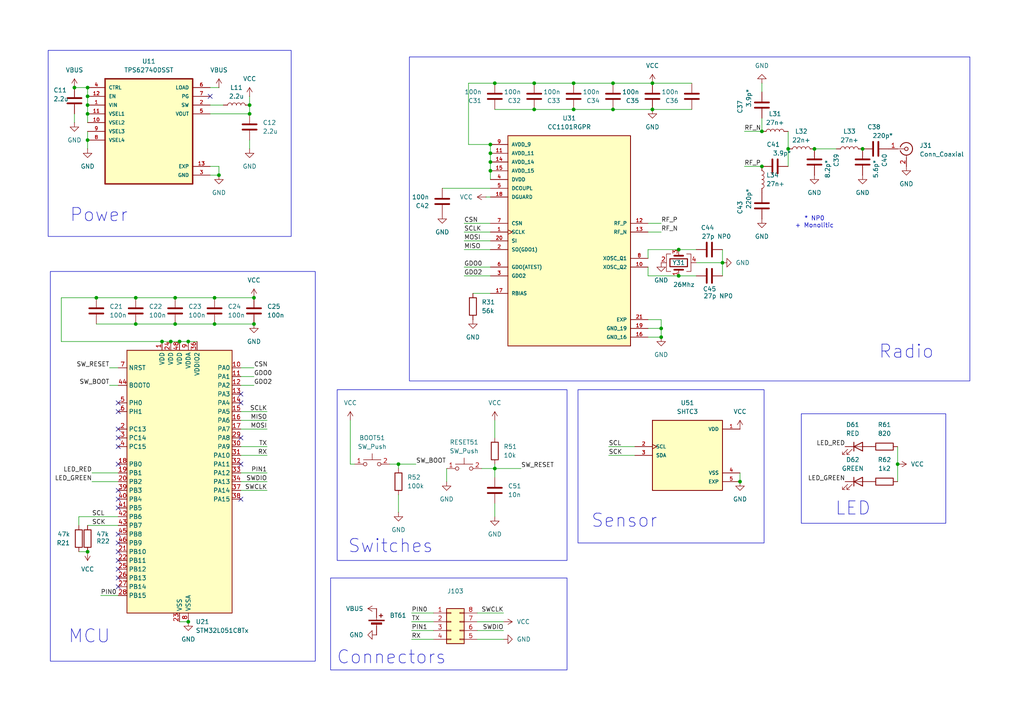
<source format=kicad_sch>
(kicad_sch (version 20250114) (generator "eeschema") (generator_version "9.0")
  (paper "A4")
  (lib_symbols
    (symbol "Connector:Conn_Coaxial" (pin_names (offset 1.016) (hide yes))
      (property "Reference" "J" (at 0.254 3.048 0))
      (property "Value" "Conn_Coaxial" (at 2.921 0 90))
      (symbol "Conn_Coaxial_0_1"
        (polyline (pts (xy -2.54 0) (xy -0.508 0)))
        (arc (start 1.778 0) (mid 0.222 -1.8079) (end -1.778 -0.508) (stroke (width 0.254)))
        (arc (start -1.778 0.508) (mid 0.2221 1.8084) (end 1.778 0) (stroke (width 0.254)))
        (circle (center 0 0) (radius 0.508) (stroke (width 0.2032)))
        (polyline (pts (xy 0 -2.54) (xy 0 -1.778)))
      )
      (symbol "Conn_Coaxial_1_1"
        (pin passive line (at -5.08 0 0) (length 2.54) (name "In") (number "1"))
        (pin passive line (at 0 -5.08 90) (length 2.54) (name "Ext") (number "2"))
      )
    )
    (symbol "Connector_Generic:Conn_02x04_Counter_Clockwise" (pin_names (offset 1.016) (hide yes))
      (property "Reference" "J" (at 1.27 5.08 0))
      (property "Value" "Conn_02x04_Counter_Clockwise" (at 1.27 -7.62 0))
      (symbol "Conn_02x04_Counter_Clockwise_1_1"
        (rectangle (start -1.27 3.81) (end 3.81 -6.35) (stroke (width 0.254)) (fill (type background)))
        (rectangle (start -1.27 2.667) (end 0 2.413) (stroke (width 0.1524)))
        (rectangle (start -1.27 0.127) (end 0 -0.127) (stroke (width 0.1524)))
        (rectangle (start -1.27 -2.413) (end 0 -2.667) (stroke (width 0.1524)))
        (rectangle (start -1.27 -4.953) (end 0 -5.207) (stroke (width 0.1524)))
        (rectangle (start 3.81 2.667) (end 2.54 2.413) (stroke (width 0.1524)))
        (rectangle (start 3.81 0.127) (end 2.54 -0.127) (stroke (width 0.1524)))
        (rectangle (start 3.81 -2.413) (end 2.54 -2.667) (stroke (width 0.1524)))
        (rectangle (start 3.81 -4.953) (end 2.54 -5.207) (stroke (width 0.1524)))
        (pin passive line (at -5.08 2.54 0) (length 3.81) (name "Pin_1") (number "1"))
        (pin passive line (at -5.08 0 0) (length 3.81) (name "Pin_2") (number "2"))
        (pin passive line (at -5.08 -2.54 0) (length 3.81) (name "Pin_3") (number "3"))
        (pin passive line (at -5.08 -5.08 0) (length 3.81) (name "Pin_4") (number "4"))
        (pin passive line (at 7.62 2.54 180) (length 3.81) (name "Pin_8") (number "8"))
        (pin passive line (at 7.62 0 180) (length 3.81) (name "Pin_7") (number "7"))
        (pin passive line (at 7.62 -2.54 180) (length 3.81) (name "Pin_6") (number "6"))
        (pin passive line (at 7.62 -5.08 180) (length 3.81) (name "Pin_5") (number "5"))
      )
    )
    (symbol "Device:Battery_Cell" (pin_numbers (hide yes)) (pin_names (offset 0) (hide yes))
      (property "Reference" "BT" (at 2.54 2.54 0))
      (property "Value" "Battery_Cell" (at 2.54 0 0))
      (symbol "Battery_Cell_0_1"
        (rectangle (start -2.286 1.778) (end 2.286 1.524) (fill (type outline)))
        (rectangle (start -1.524 1.016) (end 1.524 0.508) (fill (type outline)))
        (polyline (pts (xy 0 1.778) (xy 0 2.54)))
        (polyline (pts (xy 0 0.762) (xy 0 0)))
        (polyline (pts (xy 0.762 3.048) (xy 1.778 3.048)) (stroke (width 0.254)))
        (polyline (pts (xy 1.27 3.556) (xy 1.27 2.54)) (stroke (width 0.254)))
      )
      (symbol "Battery_Cell_1_1"
        (pin passive line (at 0 5.08 270) (length 2.54) (name "+") (number "1"))
        (pin passive line (at 0 -2.54 90) (length 2.54) (name "-") (number "2"))
      )
    )
    (symbol "Device:C" (pin_numbers (hide yes)) (pin_names (offset 0.254))
      (property "Reference" "C" (at 0.635 2.54 0))
      (property "Value" "C" (at 0.635 -2.54 0))
      (symbol "C_0_1"
        (polyline (pts (xy -2.032 0.762) (xy 2.032 0.762)) (stroke (width 0.508)))
        (polyline (pts (xy -2.032 -0.762) (xy 2.032 -0.762)) (stroke (width 0.508)))
      )
      (symbol "C_1_1"
        (pin passive line (at 0 3.81 270) (length 2.794) (name "~") (number "1"))
        (pin passive line (at 0 -3.81 90) (length 2.794) (name "~") (number "2"))
      )
    )
    (symbol "Device:Crystal_GND24" (pin_names (offset 1.016) (hide yes))
      (property "Reference" "Y" (at 3.175 5.08 0))
      (property "Value" "Crystal_GND24" (at 3.175 3.175 0))
      (symbol "Crystal_GND24_0_1"
        (polyline (pts (xy -2.54 2.286) (xy -2.54 3.556) (xy 2.54 3.556) (xy 2.54 2.286)))
        (polyline (pts (xy -2.54 0) (xy -2.032 0)))
        (polyline (pts (xy -2.54 -2.286) (xy -2.54 -3.556) (xy 2.54 -3.556) (xy 2.54 -2.286)))
        (polyline (pts (xy -2.032 -1.27) (xy -2.032 1.27)) (stroke (width 0.508)))
        (rectangle (start -1.143 2.54) (end 1.143 -2.54) (stroke (width 0.3048)))
        (polyline (pts (xy 0 3.556) (xy 0 3.81)))
        (polyline (pts (xy 0 -3.81) (xy 0 -3.556)))
        (polyline (pts (xy 2.032 0) (xy 2.54 0)))
        (polyline (pts (xy 2.032 -1.27) (xy 2.032 1.27)) (stroke (width 0.508)))
      )
      (symbol "Crystal_GND24_1_1"
        (pin passive line (at -3.81 0 0) (length 1.27) (name "1") (number "1"))
        (pin passive line (at 0 5.08 270) (length 1.27) (name "2") (number "2"))
        (pin passive line (at 0 -5.08 90) (length 1.27) (name "4") (number "4"))
        (pin passive line (at 3.81 0 180) (length 1.27) (name "3") (number "3"))
      )
    )
    (symbol "Device:L" (pin_numbers (hide yes)) (pin_names (offset 1.016) (hide yes))
      (property "Reference" "L" (at -1.27 0 90))
      (property "Value" "L" (at 1.905 0 90))
      (symbol "L_0_1"
        (arc (start 0 2.54) (mid 0.6323 1.905) (end 0 1.27))
        (arc (start 0 1.27) (mid 0.6323 0.635) (end 0 0))
        (arc (start 0 0) (mid 0.6323 -0.635) (end 0 -1.27))
        (arc (start 0 -1.27) (mid 0.6323 -1.905) (end 0 -2.54))
      )
      (symbol "L_1_1"
        (pin passive line (at 0 3.81 270) (length 1.27) (name "1") (number "1"))
        (pin passive line (at 0 -3.81 90) (length 1.27) (name "2") (number "2"))
      )
    )
    (symbol "Device:LED" (pin_numbers (hide yes)) (pin_names (offset 1.016) (hide yes))
      (property "Reference" "D" (at 0 2.54 0))
      (property "Value" "LED" (at 0 -2.54 0))
      (symbol "LED_0_1"
        (polyline (pts (xy -3.048 -0.762) (xy -4.572 -2.286) (xy -3.81 -2.286) (xy -4.572 -2.286) (xy -4.572 -1.524)))
        (polyline (pts (xy -1.778 -0.762) (xy -3.302 -2.286) (xy -2.54 -2.286) (xy -3.302 -2.286) (xy -3.302 -1.524)))
        (polyline (pts (xy -1.27 0) (xy 1.27 0)))
        (polyline (pts (xy -1.27 -1.27) (xy -1.27 1.27)) (stroke (width 0.254)))
        (polyline (pts (xy 1.27 -1.27) (xy 1.27 1.27) (xy -1.27 0) (xy 1.27 -1.27)) (stroke (width 0.254)))
      )
      (symbol "LED_1_1"
        (pin passive line (at -3.81 0 0) (length 2.54) (name "K") (number "1"))
        (pin passive line (at 3.81 0 180) (length 2.54) (name "A") (number "2"))
      )
    )
    (symbol "Device:R" (pin_numbers (hide yes)) (pin_names (offset 0))
      (property "Reference" "R" (at 2.032 0 90))
      (property "Value" "R" (at 0 0 90))
      (symbol "R_0_1"
        (rectangle (start -1.016 -2.54) (end 1.016 2.54) (stroke (width 0.254)))
      )
      (symbol "R_1_1"
        (pin passive line (at 0 3.81 270) (length 1.27) (name "~") (number "1"))
        (pin passive line (at 0 -3.81 90) (length 1.27) (name "~") (number "2"))
      )
    )
    (symbol "MCU_ST_STM32L0:STM32L051C8Tx"
      (property "Reference" "U" (at -15.24 39.37 0))
      (property "Value" "STM32L051C8Tx" (at 7.62 39.37 0))
      (symbol "STM32L051C8Tx_0_1"
        (rectangle (start -15.24 -38.1) (end 15.24 38.1) (stroke (width 0.254)) (fill (type background)))
      )
      (symbol "STM32L051C8Tx_1_1"
        (pin input line (at -17.78 33.02 0) (length 2.54) (name "NRST") (number "7"))
        (pin input line (at -17.78 27.94 0) (length 2.54) (name "BOOT0") (number "44"))
        (pin bidirectional line (at -17.78 22.86 0) (length 2.54) (name "PH0") (number "5"))
        (pin bidirectional line (at -17.78 20.32 0) (length 2.54) (name "PH1") (number "6"))
        (pin bidirectional line (at -17.78 15.24 0) (length 2.54) (name "PC13") (number "2"))
        (pin bidirectional line (at -17.78 12.7 0) (length 2.54) (name "PC14") (number "3"))
        (pin bidirectional line (at -17.78 10.16 0) (length 2.54) (name "PC15") (number "4"))
        (pin bidirectional line (at -17.78 5.08 0) (length 2.54) (name "PB0") (number "18"))
        (pin bidirectional line (at -17.78 2.54 0) (length 2.54) (name "PB1") (number "19"))
        (pin bidirectional line (at -17.78 0 0) (length 2.54) (name "PB2") (number "20"))
        (pin bidirectional line (at -17.78 -2.54 0) (length 2.54) (name "PB3") (number "39"))
        (pin bidirectional line (at -17.78 -5.08 0) (length 2.54) (name "PB4") (number "40"))
        (pin bidirectional line (at -17.78 -7.62 0) (length 2.54) (name "PB5") (number "41"))
        (pin bidirectional line (at -17.78 -10.16 0) (length 2.54) (name "PB6") (number "42"))
        (pin bidirectional line (at -17.78 -12.7 0) (length 2.54) (name "PB7") (number "43"))
        (pin bidirectional line (at -17.78 -15.24 0) (length 2.54) (name "PB8") (number "45"))
        (pin bidirectional line (at -17.78 -17.78 0) (length 2.54) (name "PB9") (number "46"))
        (pin bidirectional line (at -17.78 -20.32 0) (length 2.54) (name "PB10") (number "21"))
        (pin bidirectional line (at -17.78 -22.86 0) (length 2.54) (name "PB11") (number "22"))
        (pin bidirectional line (at -17.78 -25.4 0) (length 2.54) (name "PB12") (number "25"))
        (pin bidirectional line (at -17.78 -27.94 0) (length 2.54) (name "PB13") (number "26"))
        (pin bidirectional line (at -17.78 -30.48 0) (length 2.54) (name "PB14") (number "27"))
        (pin bidirectional line (at -17.78 -33.02 0) (length 2.54) (name "PB15") (number "28"))
        (pin power_in line (at -5.08 40.64 270) (length 2.54) (name "VDD") (number "1"))
        (pin power_in line (at -2.54 40.64 270) (length 2.54) (name "VDD") (number "24"))
        (pin power_in line (at 0 40.64 270) (length 2.54) (name "VDD") (number "48"))
        (pin power_in line (at 0 -40.64 90) (length 2.54) (name "VSS") (number "23"))
        (pin passive line (at 0 -40.64 90) (length 2.54) (hide yes) (name "VSS") (number "35"))
        (pin passive line (at 0 -40.64 90) (length 2.54) (hide yes) (name "VSS") (number "47"))
        (pin power_in line (at 2.54 40.64 270) (length 2.54) (name "VDDA") (number "9"))
        (pin power_in line (at 2.54 -40.64 90) (length 2.54) (name "VSSA") (number "8"))
        (pin power_in line (at 5.08 40.64 270) (length 2.54) (name "VDDIO2") (number "36"))
        (pin bidirectional line (at 17.78 33.02 180) (length 2.54) (name "PA0") (number "10"))
        (pin bidirectional line (at 17.78 30.48 180) (length 2.54) (name "PA1") (number "11"))
        (pin bidirectional line (at 17.78 27.94 180) (length 2.54) (name "PA2") (number "12"))
        (pin bidirectional line (at 17.78 25.4 180) (length 2.54) (name "PA3") (number "13"))
        (pin bidirectional line (at 17.78 22.86 180) (length 2.54) (name "PA4") (number "14"))
        (pin bidirectional line (at 17.78 20.32 180) (length 2.54) (name "PA5") (number "15"))
        (pin bidirectional line (at 17.78 17.78 180) (length 2.54) (name "PA6") (number "16"))
        (pin bidirectional line (at 17.78 15.24 180) (length 2.54) (name "PA7") (number "17"))
        (pin bidirectional line (at 17.78 12.7 180) (length 2.54) (name "PA8") (number "29"))
        (pin bidirectional line (at 17.78 10.16 180) (length 2.54) (name "PA9") (number "30"))
        (pin bidirectional line (at 17.78 7.62 180) (length 2.54) (name "PA10") (number "31"))
        (pin bidirectional line (at 17.78 5.08 180) (length 2.54) (name "PA11") (number "32"))
        (pin bidirectional line (at 17.78 2.54 180) (length 2.54) (name "PA12") (number "33"))
        (pin bidirectional line (at 17.78 0 180) (length 2.54) (name "PA13") (number "34"))
        (pin bidirectional line (at 17.78 -2.54 180) (length 2.54) (name "PA14") (number "37"))
        (pin bidirectional line (at 17.78 -5.08 180) (length 2.54) (name "PA15") (number "38"))
      )
    )
    (symbol "PVDW_custom:CC1101RGPR" (pin_names (offset 1.016))
      (property "Reference" "U" (at -17.78 30.48 0))
      (property "Value" "CC1101RGPR" (at -17.78 -33.02 0))
      (symbol "CC1101RGPR_0_0"
        (rectangle (start -17.78 -30.48) (end 17.78 30.48) (stroke (width 0.254)) (fill (type background)))
        (pin power_in line (at -22.86 27.94 0) (length 5.08) (name "AVDD_9") (number "9"))
        (pin power_in line (at -22.86 25.4 0) (length 5.08) (name "AVDD_11") (number "11"))
        (pin power_in line (at -22.86 22.86 0) (length 5.08) (name "AVDD_14") (number "14"))
        (pin power_in line (at -22.86 20.32 0) (length 5.08) (name "AVDD_15") (number "15"))
        (pin power_in line (at -22.86 17.78 0) (length 5.08) (name "DVDD") (number "4"))
        (pin power_in line (at -22.86 15.24 0) (length 5.08) (name "DCOUPL") (number "5"))
        (pin power_in line (at -22.86 12.7 0) (length 5.08) (name "DGUARD") (number "18"))
        (pin input line (at -22.86 5.08 0) (length 5.08) (name "CSN") (number "7"))
        (pin input clock (at -22.86 2.54 0) (length 5.08) (name "SCLK") (number "1"))
        (pin input line (at -22.86 0 0) (length 5.08) (name "SI") (number "20"))
        (pin output line (at -22.86 -2.54 0) (length 5.08) (name "SO(GDO1)") (number "2"))
        (pin bidirectional line (at -22.86 -7.62 0) (length 5.08) (name "GDO(ATEST)") (number "6"))
        (pin output line (at -22.86 -10.16 0) (length 5.08) (name "GDO2") (number "3"))
        (pin bidirectional line (at -22.86 -15.24 0) (length 5.08) (name "RBIAS") (number "17"))
        (pin bidirectional line (at 22.86 5.08 180) (length 5.08) (name "RF_P") (number "12"))
        (pin bidirectional line (at 22.86 2.54 180) (length 5.08) (name "RF_N") (number "13"))
        (pin bidirectional line (at 22.86 -5.08 180) (length 5.08) (name "XOSC_Q1") (number "8"))
        (pin bidirectional line (at 22.86 -7.62 180) (length 5.08) (name "XOSC_Q2") (number "10"))
        (pin power_in line (at 22.86 -22.86 180) (length 5.08) (name "EXP") (number "21"))
        (pin power_in line (at 22.86 -25.4 180) (length 5.08) (name "GND_19") (number "19"))
        (pin power_in line (at 22.86 -27.94 180) (length 5.08) (name "GND_16") (number "16"))
      )
    )
    (symbol "PVDW_custom:SHTC3" (pin_names (offset 1.016))
      (property "Reference" "U" (at -10.16 12.7 0))
      (property "Value" "SHTC3" (at -10.16 -12.7 0))
      (symbol "SHTC3_0_0"
        (rectangle (start -10.16 -10.16) (end 10.16 10.16) (stroke (width 0.254)) (fill (type background)))
        (pin bidirectional clock (at -15.24 2.54 0) (length 5.08) (name "SCL") (number "2"))
        (pin bidirectional line (at -15.24 0 0) (length 5.08) (name "SDA") (number "3"))
        (pin power_in line (at 15.24 7.62 180) (length 5.08) (name "VDD") (number "1"))
        (pin power_in line (at 15.24 -5.08 180) (length 5.08) (name "VSS") (number "4"))
        (pin power_in line (at 15.24 -7.62 180) (length 5.08) (name "EXP") (number "5"))
      )
    )
    (symbol "PVDW_custom:SW_Push" (pin_names (offset 1.016) (hide yes))
      (property "Reference" "SW" (at 1.27 2.54 0))
      (property "Value" "SW_Push" (at 0 -1.524 0))
      (property "Footprint" "PVDW_custom:SW_Push_4Pin" (at 0 5.08 0))
      (symbol "SW_Push_0_1"
        (circle (center -2.032 0) (radius 0.508))
        (polyline (pts (xy 0 1.27) (xy 0 3.048)))
        (circle (center 2.032 0) (radius 0.508))
        (polyline (pts (xy 2.54 1.27) (xy -2.54 1.27)))
        (pin passive line (at -5.08 0 0) (length 2.54) (name "1") (number "1"))
        (pin passive line (at 5.08 0 180) (length 2.54) (name "2") (number "2"))
      )
    )
    (symbol "PVDW_custom:TPS62740DSST" (pin_names (offset 1.016))
      (property "Reference" "U" (at -12.7 16.24 0))
      (property "Value" "TPS62740DSST" (at -12.7 -19.24 0))
      (symbol "TPS62740DSST_0_0"
        (rectangle (start -12.7 -15.24) (end 12.7 15.24) (stroke (width 0.41)) (fill (type background)))
        (pin input line (at -17.78 12.7 0) (length 5.08) (name "CTRL") (number "4"))
        (pin input line (at -17.78 10.16 0) (length 5.08) (name "EN") (number "12"))
        (pin input line (at -17.78 7.62 0) (length 5.08) (name "VIN") (number "1"))
        (pin input line (at -17.78 5.08 0) (length 5.08) (name "VSEL1") (number "11"))
        (pin input line (at -17.78 2.54 0) (length 5.08) (name "VSEL2") (number "10"))
        (pin input line (at -17.78 0 0) (length 5.08) (name "VSEL3") (number "9"))
        (pin input line (at -17.78 -2.54 0) (length 5.08) (name "VSEL4") (number "8"))
        (pin output line (at 17.78 12.7 180) (length 5.08) (name "LOAD") (number "6"))
        (pin output line (at 17.78 10.16 180) (length 5.08) (name "PG") (number "7"))
        (pin output line (at 17.78 7.62 180) (length 5.08) (name "SW") (number "2"))
        (pin output line (at 17.78 5.08 180) (length 5.08) (name "VOUT") (number "5"))
        (pin power_in line (at 17.78 -10.16 180) (length 5.08) (name "EXP") (number "13"))
        (pin power_in line (at 17.78 -12.7 180) (length 5.08) (name "GND") (number "3"))
      )
    )
    (symbol "power:GND" (power) (pin_numbers (hide yes)) (pin_names (offset 0) (hide yes))
      (property "Value" "GND" (at 0 -3.81 0))
      (symbol "GND_0_1"
        (polyline (pts (xy 0 0) (xy 0 -1.27) (xy 1.27 -1.27) (xy 0 -2.54) (xy -1.27 -1.27) (xy 0 -1.27)))
      )
      (symbol "GND_1_1"
        (pin power_in line (at 0 0 270) (length 0) (name "~") (number "1"))
      )
    )
    (symbol "power:VBUS" (power) (pin_numbers (hide yes)) (pin_names (offset 0) (hide yes))
      (property "Value" "VBUS" (at 0 3.556 0))
      (symbol "VBUS_0_1"
        (polyline (pts (xy -0.762 1.27) (xy 0 2.54)))
        (polyline (pts (xy 0 2.54) (xy 0.762 1.27)))
        (polyline (pts (xy 0 0) (xy 0 2.54)))
      )
      (symbol "VBUS_1_1"
        (pin power_in line (at 0 0 90) (length 0) (name "~") (number "1"))
      )
    )
    (symbol "power:VCC" (power) (pin_numbers (hide yes)) (pin_names (offset 0) (hide yes))
      (property "Value" "VCC" (at 0 3.556 0))
      (symbol "VCC_0_1"
        (polyline (pts (xy -0.762 1.27) (xy 0 2.54)))
        (polyline (pts (xy 0 2.54) (xy 0.762 1.27)))
        (polyline (pts (xy 0 0) (xy 0 2.54)))
      )
      (symbol "VCC_1_1"
        (pin power_in line (at 0 0 90) (length 0) (name "~") (number "1"))
      )
    )
  )
  (rectangle (start 14.605 78.74) (end 91.44 191.77))
  (rectangle (start 97.79 113.03) (end 164.465 162.56))
  (rectangle (start 13.97 14.605) (end 84.455 68.58))
  (text "Switches" (at 113.284 158.496 0) (effects (font (size 3.81 3.81))))
  (text "Radio" (at 262.89 102.108 0) (effects (font (size 3.81 3.81))))
  (text "Power" (at 28.702 62.484 0) (effects (font (size 3.81 3.81))))
  (text "Connectors" (at 113.538 190.754 0) (effects (font (size 3.81 3.81))))
  (text "MCU" (at 25.908 184.658 0) (effects (font (size 3.81 3.81))))
  (text "* NP0\n+ Monolitic" (at 236.22 64.516 0) (effects (font (size 1.27 1.27))))
  (text "Sensor" (at 181.102 151.13 0) (effects (font (size 3.81 3.81))))
  (text "LED" (at 247.396 147.574 0) (effects (font (size 3.81 3.81))))
  (text_box "" (at 95.885 167.64 0) (size 68.58 26.67) (margins 0.9525 0.9525 0.9525 0.9525) (effects (font (size 1.27 1.27)) (justify left top)))
  (text_box "" (at 167.64 113.03 0) (size 53.975 44.45) (margins 0.9525 0.9525 0.9525 0.9525) (effects (font (size 1.27 1.27)) (justify left top)))
  (text_box "" (at 232.41 120.015 0) (size 41.91 31.75) (margins 0.9525 0.9525 0.9525 0.9525) (effects (font (size 1.27 1.27)) (justify left top)))
  (text_box "" (at 118.745 16.51 0) (size 162.56 93.98) (margins 0.9525 0.9525 0.9525 0.9525) (effects (font (size 1.27 1.27)) (justify left top)))
  (junction (at 72.39 33.02))
  (junction (at 143.51 24.13))
  (junction (at 72.39 30.48))
  (junction (at 166.37 24.13))
  (junction (at 54.61 180.34))
  (junction (at 142.24 41.91))
  (junction (at 191.77 95.25))
  (junction (at 260.35 134.62))
  (junction (at 63.5 50.8))
  (junction (at 250.19 43.18))
  (junction (at 46.99 99.06))
  (junction (at 154.94 24.13))
  (junction (at 27.94 86.36))
  (junction (at 25.4 30.48))
  (junction (at 143.51 135.89))
  (junction (at 220.98 48.26))
  (junction (at 73.66 93.98))
  (junction (at 177.8 31.75))
  (junction (at 154.94 31.75))
  (junction (at 39.37 93.98))
  (junction (at 21.59 25.4))
  (junction (at 196.85 80.01))
  (junction (at 191.77 97.79))
  (junction (at 189.23 24.13))
  (junction (at 73.66 86.36))
  (junction (at 220.98 38.1))
  (junction (at 50.8 93.98))
  (junction (at 39.37 86.36))
  (junction (at 115.57 134.62))
  (junction (at 50.8 86.36))
  (junction (at 25.4 160.02))
  (junction (at 236.22 43.18))
  (junction (at 142.24 44.45))
  (junction (at 214.63 139.7))
  (junction (at 25.4 27.94))
  (junction (at 142.24 49.53))
  (junction (at 25.4 25.4))
  (junction (at 25.4 33.02))
  (junction (at 62.23 86.36))
  (junction (at 177.8 24.13))
  (junction (at 196.85 72.39))
  (junction (at 62.23 93.98))
  (junction (at 228.6 43.18))
  (junction (at 25.4 40.64))
  (junction (at 49.53 99.06))
  (junction (at 189.23 31.75))
  (junction (at 142.24 46.99))
  (junction (at 52.07 99.06))
  (junction (at 209.55 76.2))
  (junction (at 166.37 31.75))
  (junction (at 54.61 99.06))
  (no_connect (at 34.29 147.32))
  (no_connect (at 34.29 142.24))
  (no_connect (at 34.29 116.84))
  (no_connect (at 69.85 127))
  (no_connect (at 34.29 157.48))
  (no_connect (at 60.96 27.94))
  (no_connect (at 69.85 114.3))
  (no_connect (at 69.85 116.84))
  (no_connect (at 69.85 144.78))
  (no_connect (at 34.29 160.02))
  (no_connect (at 34.29 165.1))
  (no_connect (at 34.29 127))
  (no_connect (at 34.29 144.78))
  (no_connect (at 34.29 129.54))
  (no_connect (at 34.29 134.62))
  (no_connect (at 34.29 162.56))
  (no_connect (at 34.29 124.46))
  (no_connect (at 34.29 119.38))
  (no_connect (at 34.29 170.18))
  (no_connect (at 69.85 134.62))
  (no_connect (at 34.29 154.94))
  (no_connect (at 34.29 167.64))
  (wire (pts (xy 50.8 86.36) (xy 62.23 86.36)))
  (wire (pts (xy 214.63 137.16) (xy 214.63 139.7)))
  (wire (pts (xy 135.89 24.13) (xy 143.51 24.13)))
  (wire (pts (xy 209.55 76.2) (xy 209.55 80.01)))
  (wire (pts (xy 29.21 172.72) (xy 34.29 172.72)))
  (wire (pts (xy 69.85 109.22) (xy 73.66 109.22)))
  (wire (pts (xy 25.4 27.94) (xy 25.4 30.48)))
  (wire (pts (xy 176.53 132.08) (xy 184.15 132.08)))
  (wire (pts (xy 101.6 121.92) (xy 101.6 134.62)))
  (wire (pts (xy 187.96 95.25) (xy 191.77 95.25)))
  (wire (pts (xy 119.38 177.8) (xy 125.73 177.8)))
  (wire (pts (xy 129.54 135.89) (xy 129.54 139.7)))
  (wire (pts (xy 139.7 135.89) (xy 143.51 135.89)))
  (wire (pts (xy 228.6 38.1) (xy 228.6 43.18)))
  (wire (pts (xy 115.57 143.51) (xy 115.57 148.59)))
  (wire (pts (xy 138.43 182.88) (xy 146.05 182.88)))
  (wire (pts (xy 177.8 24.13) (xy 189.23 24.13)))
  (wire (pts (xy 69.85 132.08) (xy 77.47 132.08)))
  (wire (pts (xy 134.62 69.85) (xy 142.24 69.85)))
  (wire (pts (xy 187.96 97.79) (xy 191.77 97.79)))
  (wire (pts (xy 228.6 43.18) (xy 228.6 48.26)))
  (wire (pts (xy 134.62 67.31) (xy 142.24 67.31)))
  (wire (pts (xy 187.96 92.71) (xy 191.77 92.71)))
  (wire (pts (xy 72.39 40.64) (xy 72.39 43.18)))
  (wire (pts (xy 196.85 72.39) (xy 201.93 72.39)))
  (wire (pts (xy 119.38 180.34) (xy 125.73 180.34)))
  (wire (pts (xy 142.24 44.45) (xy 142.24 46.99)))
  (wire (pts (xy 60.96 33.02) (xy 72.39 33.02)))
  (wire (pts (xy 52.07 180.34) (xy 54.61 180.34)))
  (wire (pts (xy 191.77 92.71) (xy 191.77 95.25)))
  (wire (pts (xy 142.24 46.99) (xy 142.24 49.53)))
  (wire (pts (xy 69.85 139.7) (xy 77.47 139.7)))
  (wire (pts (xy 69.85 142.24) (xy 77.47 142.24)))
  (wire (pts (xy 62.23 93.98) (xy 73.66 93.98)))
  (wire (pts (xy 63.5 48.26) (xy 63.5 50.8)))
  (wire (pts (xy 143.51 135.89) (xy 151.13 135.89)))
  (wire (pts (xy 142.24 49.53) (xy 142.24 52.07)))
  (wire (pts (xy 60.96 50.8) (xy 63.5 50.8)))
  (wire (pts (xy 62.23 86.36) (xy 73.66 86.36)))
  (wire (pts (xy 187.96 67.31) (xy 191.77 67.31)))
  (wire (pts (xy 137.16 85.09) (xy 142.24 85.09)))
  (wire (pts (xy 187.96 80.01) (xy 196.85 80.01)))
  (wire (pts (xy 77.47 119.38) (xy 69.85 119.38)))
  (wire (pts (xy 128.27 54.61) (xy 142.24 54.61)))
  (wire (pts (xy 176.53 129.54) (xy 184.15 129.54)))
  (wire (pts (xy 189.23 24.13) (xy 200.66 24.13)))
  (wire (pts (xy 31.75 106.68) (xy 34.29 106.68)))
  (wire (pts (xy 134.62 72.39) (xy 142.24 72.39)))
  (wire (pts (xy 46.99 99.06) (xy 49.53 99.06)))
  (wire (pts (xy 220.98 24.13) (xy 220.98 26.67)))
  (wire (pts (xy 26.67 139.7) (xy 34.29 139.7)))
  (wire (pts (xy 27.94 86.36) (xy 39.37 86.36)))
  (wire (pts (xy 27.94 93.98) (xy 39.37 93.98)))
  (wire (pts (xy 143.51 135.89) (xy 143.51 138.43)))
  (wire (pts (xy 142.24 41.91) (xy 142.24 44.45)))
  (wire (pts (xy 17.78 86.36) (xy 17.78 99.06)))
  (wire (pts (xy 236.22 43.18) (xy 242.57 43.18)))
  (wire (pts (xy 201.93 76.2) (xy 209.55 76.2)))
  (wire (pts (xy 113.03 134.62) (xy 115.57 134.62)))
  (wire (pts (xy 50.8 93.98) (xy 62.23 93.98)))
  (wire (pts (xy 21.59 25.4) (xy 25.4 25.4)))
  (wire (pts (xy 72.39 27.94) (xy 72.39 30.48)))
  (wire (pts (xy 25.4 30.48) (xy 25.4 33.02)))
  (wire (pts (xy 25.4 152.4) (xy 34.29 152.4)))
  (wire (pts (xy 135.89 41.91) (xy 142.24 41.91)))
  (wire (pts (xy 52.07 99.06) (xy 54.61 99.06)))
  (wire (pts (xy 143.51 146.05) (xy 143.51 149.86)))
  (wire (pts (xy 143.51 121.92) (xy 143.51 127)))
  (wire (pts (xy 25.4 40.64) (xy 25.4 43.18)))
  (wire (pts (xy 22.86 160.02) (xy 25.4 160.02)))
  (wire (pts (xy 39.37 93.98) (xy 50.8 93.98)))
  (wire (pts (xy 101.6 134.62) (xy 102.87 134.62)))
  (wire (pts (xy 154.94 24.13) (xy 166.37 24.13)))
  (wire (pts (xy 196.85 80.01) (xy 201.93 80.01)))
  (wire (pts (xy 25.4 33.02) (xy 25.4 35.56)))
  (wire (pts (xy 49.53 99.06) (xy 52.07 99.06)))
  (wire (pts (xy 196.85 72.39) (xy 187.96 72.39)))
  (wire (pts (xy 143.51 24.13) (xy 154.94 24.13)))
  (wire (pts (xy 191.77 95.25) (xy 191.77 97.79)))
  (wire (pts (xy 166.37 31.75) (xy 177.8 31.75)))
  (wire (pts (xy 187.96 77.47) (xy 187.96 80.01)))
  (wire (pts (xy 25.4 25.4) (xy 25.4 27.94)))
  (wire (pts (xy 69.85 106.68) (xy 73.66 106.68)))
  (wire (pts (xy 22.86 149.86) (xy 34.29 149.86)))
  (wire (pts (xy 140.97 57.15) (xy 142.24 57.15)))
  (wire (pts (xy 134.62 77.47) (xy 142.24 77.47)))
  (wire (pts (xy 77.47 124.46) (xy 69.85 124.46)))
  (wire (pts (xy 54.61 99.06) (xy 57.15 99.06)))
  (wire (pts (xy 135.89 24.13) (xy 135.89 41.91)))
  (wire (pts (xy 27.94 86.36) (xy 17.78 86.36)))
  (wire (pts (xy 17.78 99.06) (xy 46.99 99.06)))
  (wire (pts (xy 115.57 134.62) (xy 115.57 135.89)))
  (wire (pts (xy 189.23 31.75) (xy 200.66 31.75)))
  (wire (pts (xy 166.37 24.13) (xy 177.8 24.13)))
  (wire (pts (xy 25.4 38.1) (xy 25.4 40.64)))
  (wire (pts (xy 26.67 137.16) (xy 34.29 137.16)))
  (wire (pts (xy 260.35 134.62) (xy 260.35 139.7)))
  (wire (pts (xy 138.43 180.34) (xy 146.05 180.34)))
  (wire (pts (xy 60.96 30.48) (xy 64.77 30.48)))
  (wire (pts (xy 69.85 137.16) (xy 77.47 137.16)))
  (wire (pts (xy 209.55 72.39) (xy 209.55 76.2)))
  (wire (pts (xy 138.43 185.42) (xy 146.05 185.42)))
  (wire (pts (xy 69.85 129.54) (xy 77.47 129.54)))
  (wire (pts (xy 72.39 30.48) (xy 72.39 33.02)))
  (wire (pts (xy 215.9 38.1) (xy 220.98 38.1)))
  (wire (pts (xy 120.65 134.62) (xy 115.57 134.62)))
  (wire (pts (xy 177.8 31.75) (xy 189.23 31.75)))
  (wire (pts (xy 215.9 48.26) (xy 220.98 48.26)))
  (wire (pts (xy 187.96 72.39) (xy 187.96 74.93)))
  (wire (pts (xy 187.96 64.77) (xy 191.77 64.77)))
  (wire (pts (xy 134.62 80.01) (xy 142.24 80.01)))
  (wire (pts (xy 260.35 129.54) (xy 260.35 134.62)))
  (wire (pts (xy 60.96 48.26) (xy 63.5 48.26)))
  (wire (pts (xy 134.62 64.77) (xy 142.24 64.77)))
  (wire (pts (xy 119.38 185.42) (xy 125.73 185.42)))
  (wire (pts (xy 77.47 121.92) (xy 69.85 121.92)))
  (wire (pts (xy 31.75 111.76) (xy 34.29 111.76)))
  (wire (pts (xy 143.51 31.75) (xy 154.94 31.75)))
  (wire (pts (xy 21.59 33.02) (xy 21.59 35.56)))
  (wire (pts (xy 143.51 134.62) (xy 143.51 135.89)))
  (wire (pts (xy 60.96 25.4) (xy 63.5 25.4)))
  (wire (pts (xy 22.86 149.86) (xy 22.86 152.4)))
  (wire (pts (xy 119.38 182.88) (xy 125.73 182.88)))
  (wire (pts (xy 154.94 31.75) (xy 166.37 31.75)))
  (wire (pts (xy 138.43 177.8) (xy 146.05 177.8)))
  (wire (pts (xy 220.98 34.29) (xy 220.98 38.1)))
  (wire (pts (xy 39.37 86.36) (xy 50.8 86.36)))
  (wire (pts (xy 69.85 111.76) (xy 73.66 111.76)))
  (label "LED_RED" (at 245.11 129.54 180))
  (label "SWDIO" (at 146.05 182.88 180))
  (label "SW_RESET" (at 151.13 135.89 0))
  (label "SCLK" (at 77.47 119.38 180))
  (label "LED_RED" (at 26.67 137.16 180))
  (label "TX" (at 119.38 180.34 0))
  (label "SWDIO" (at 77.47 139.7 180))
  (label "RF_P" (at 191.77 64.77 0))
  (label "SCL" (at 176.53 129.54 0))
  (label "CSN" (at 73.66 106.68 0))
  (label "CSN" (at 134.62 64.77 0))
  (label "SW_BOOT" (at 31.75 111.76 180))
  (label "GDO2" (at 73.66 111.76 0))
  (label "MOSI" (at 77.47 124.46 180))
  (label "PIN1" (at 119.38 182.88 0))
  (label "PIN0" (at 29.21 172.72 0))
  (label "RF_P" (at 215.9 48.26 0))
  (label "PIN0" (at 119.38 177.8 0))
  (label "LED_GREEN" (at 26.67 139.7 180))
  (label "TX" (at 77.47 129.54 180))
  (label "PIN1" (at 77.47 137.16 180))
  (label "RF_N" (at 215.9 38.1 0))
  (label "RF_N" (at 191.77 67.31 0))
  (label "RX" (at 77.47 132.08 180))
  (label "SW_RESET" (at 31.75 106.68 180))
  (label "RX" (at 119.38 185.42 0))
  (label "MOSI" (at 134.62 69.85 0))
  (label "SCK" (at 26.67 152.4 0))
  (label "GDO0" (at 73.66 109.22 0))
  (label "MISO" (at 77.47 121.92 180))
  (label "GDO2" (at 134.62 80.01 0))
  (label "LED_GREEN" (at 245.11 139.7 180))
  (label "GDO0" (at 134.62 77.47 0))
  (label "MISO" (at 134.62 72.39 0))
  (label "SCL" (at 26.67 149.86 0))
  (label "SWCLK" (at 146.05 177.8 180))
  (label "SW_BOOT" (at 120.65 134.62 0))
  (label "SCLK" (at 134.62 67.31 0))
  (label "SCK" (at 176.53 132.08 0))
  (label "SWCLK" (at 77.47 142.24 180))
  (symbol (lib_id "Device:LED") (at 248.92 129.54 0) (unit 1)
    (property "Reference" "D61" (at 247.3325 123.19 0))
    (property "Value" "RED" (at 247.3325 125.73 0))
    (property "Footprint" "LED_SMD:LED_0805_2012Metric" (effects (hide yes)))
    (property "Description" "Light emitting diode" (effects (hide yes)))
    (property "Sim.Pins" "1=K 2=A" (effects (hide yes)))
  )
  (symbol (lib_id "power:GND") (at 189.23 31.75 0) (unit 1)
    (property "Reference" "#PWR0106" (effects (hide yes)))
    (property "Value" "GND" (at 189.23 36.83 0))
    (property "Description" "Power symbol creates a global label with name \"GND\" , ground" (effects (hide yes)))
  )
  (symbol (lib_id "power:VCC") (at 189.23 24.13 0) (unit 1)
    (property "Reference" "#PWR0101" (effects (hide yes)))
    (property "Value" "VCC" (at 189.23 19.05 0))
    (property "Description" "Power symbol creates a global label with name \"VCC\"" (effects (hide yes)))
  )
  (symbol (lib_id "power:GND") (at 214.63 139.7 0) (unit 1)
    (property "Reference" "#PWR0128" (effects (hide yes)))
    (property "Value" "GND" (at 214.63 144.78 0))
    (property "Description" "Power symbol creates a global label with name \"GND\" , ground" (effects (hide yes)))
  )
  (symbol (lib_id "Device:C") (at 166.37 27.94 180) (unit 1)
    (property "Reference" "C33" (at 162.56 29.2101 0) (effects (justify left)))
    (property "Value" "100n" (at 162.56 26.6701 0) (effects (justify left)))
    (property "Footprint" "Capacitor_SMD:C_0402_1005Metric" (effects (hide yes)))
    (property "Description" "Unpolarized capacitor" (effects (hide yes)))
  )
  (symbol (lib_id "Device:L") (at 232.41 43.18 90) (unit 1)
    (property "Reference" "L32" (at 232.41 38.1 90))
    (property "Value" "22n+" (at 232.41 40.64 90))
    (property "Footprint" "Inductor_SMD:L_0402_1005Metric" (effects (hide yes)))
    (property "Description" "Inductor" (effects (hide yes)))
  )
  (symbol (lib_id "power:VBUS") (at 63.5 25.4 0) (unit 1)
    (property "Reference" "#PWR0103" (effects (hide yes)))
    (property "Value" "VBUS" (at 63.5 20.32 0))
    (property "Description" "Power symbol creates a global label with name \"VBUS\"" (effects (hide yes)))
  )
  (symbol (lib_id "Device:C") (at 224.79 48.26 270) (unit 1)
    (property "Reference" "C41" (at 224.282 41.91 90))
    (property "Value" "3.9p*" (at 226.822 44.45 90))
    (property "Footprint" "Capacitor_SMD:C_0402_1005Metric" (effects (hide yes)))
    (property "Description" "Unpolarized capacitor" (effects (hide yes)))
  )
  (symbol (lib_id "power:GND") (at 115.57 148.59 0) (unit 1)
    (property "Reference" "#PWR0129" (effects (hide yes)))
    (property "Value" "GND" (at 115.57 153.67 0))
    (property "Description" "Power symbol creates a global label with name \"GND\" , ground" (effects (hide yes)))
  )
  (symbol (lib_id "Device:C") (at 27.94 90.17 0) (unit 1)
    (property "Reference" "C21" (at 31.75 88.8999 0) (effects (justify left)))
    (property "Value" "100n" (at 31.75 91.4399 0) (effects (justify left)))
    (property "Footprint" "Capacitor_SMD:C_0402_1005Metric" (effects (hide yes)))
    (property "Description" "Unpolarized capacitor" (effects (hide yes)))
  )
  (symbol (lib_id "power:GND") (at 146.05 185.42 90) (unit 1)
    (property "Reference" "#PWR0132" (effects (hide yes)))
    (property "Value" "GND" (at 149.86 185.4199 90) (effects (justify right)))
    (property "Description" "Power symbol creates a global label with name \"GND\" , ground" (effects (hide yes)))
  )
  (symbol (lib_id "power:GND") (at 109.22 184.15 270) (unit 1)
    (property "Reference" "#PWR0133" (effects (hide yes)))
    (property "Value" "GND" (at 105.41 184.1499 90) (effects (justify right)))
    (property "Description" "Power symbol creates a global label with name \"GND\" , ground" (effects (hide yes)))
  )
  (symbol (lib_id "Device:R") (at 25.4 156.21 0) (mirror y) (unit 1)
    (property "Reference" "R22" (at 27.94 156.972 0) (effects (justify right)))
    (property "Value" "47k" (at 27.94 154.9401 0) (effects (justify right)))
    (property "Footprint" "Resistor_SMD:R_0402_1005Metric" (effects (hide yes)))
    (property "Description" "Resistor" (effects (hide yes)))
  )
  (symbol (lib_id "power:GND") (at 262.89 48.26 0) (unit 1)
    (property "Reference" "#PWR0110" (effects (hide yes)))
    (property "Value" "GND" (at 262.89 53.34 0))
    (property "Description" "Power symbol creates a global label with name \"GND\" , ground" (effects (hide yes)))
  )
  (symbol (lib_id "power:GND") (at 209.55 76.2 90) (unit 1)
    (property "Reference" "#PWR0118" (effects (hide yes)))
    (property "Value" "GND" (at 213.36 76.1999 90) (effects (justify right)))
    (property "Description" "Power symbol creates a global label with name \"GND\" , ground" (effects (hide yes)))
  )
  (symbol (lib_id "Device:C") (at 177.8 27.94 180) (unit 1)
    (property "Reference" "C34" (at 173.99 29.2101 0) (effects (justify left)))
    (property "Value" "100n" (at 173.99 26.6701 0) (effects (justify left)))
    (property "Footprint" "Capacitor_SMD:C_0402_1005Metric" (effects (hide yes)))
    (property "Description" "Unpolarized capacitor" (effects (hide yes)))
  )
  (symbol (lib_id "Device:L") (at 224.79 38.1 90) (unit 1)
    (property "Reference" "L31" (at 224.79 33.02 90))
    (property "Value" "27n+" (at 224.79 35.56 90))
    (property "Footprint" "Inductor_SMD:L_0402_1005Metric" (effects (hide yes)))
    (property "Description" "Inductor" (effects (hide yes)))
  )
  (symbol (lib_id "Device:R") (at 143.51 130.81 0) (unit 1)
    (property "Reference" "R51" (at 146.05 129.5399 0) (effects (justify left)))
    (property "Value" "10k" (at 146.05 132.0799 0) (effects (justify left)))
    (property "Footprint" "Resistor_SMD:R_0402_1005Metric" (effects (hide yes)))
    (property "Description" "Resistor" (effects (hide yes)))
  )
  (symbol (lib_id "Device:L") (at 246.38 43.18 90) (unit 1)
    (property "Reference" "L33" (at 246.38 38.1 90))
    (property "Value" "27n+" (at 246.38 40.64 90))
    (property "Footprint" "Inductor_SMD:L_0402_1005Metric" (effects (hide yes)))
    (property "Description" "Inductor" (effects (hide yes)))
  )
  (symbol (lib_id "power:GND") (at 137.16 92.71 0) (unit 1)
    (property "Reference" "#PWR0120" (effects (hide yes)))
    (property "Value" "GND" (at 137.16 97.79 0))
    (property "Description" "Power symbol creates a global label with name \"GND\" , ground" (effects (hide yes)))
  )
  (symbol (lib_id "Device:Battery_Cell") (at 109.22 181.61 0) (unit 1)
    (property "Reference" "BT61" (at 113.03 178.4984 0) (effects (justify left)))
    (property "Value" "Battery_Cell" (effects (hide yes)))
    (property "Footprint" "PVDW_custom:Connector_1x2_p2.54_horizontal" (effects (hide yes)))
    (property "Description" "Single-cell battery" (effects (hide yes)))
  )
  (symbol (lib_id "Device:R") (at 256.54 139.7 90) (unit 1)
    (property "Reference" "R62" (at 256.54 133.35 90))
    (property "Value" "1k2" (at 256.54 135.89 90))
    (property "Footprint" "Resistor_SMD:R_0402_1005Metric" (effects (hide yes)))
    (property "Description" "Resistor" (effects (hide yes)))
  )
  (symbol (lib_id "Device:R") (at 137.16 88.9 0) (unit 1)
    (property "Reference" "R31" (at 139.7 87.6299 0) (effects (justify left)))
    (property "Value" "56k" (at 139.7 90.1699 0) (effects (justify left)))
    (property "Footprint" "Resistor_SMD:R_0402_1005Metric" (effects (hide yes)))
    (property "Description" "Resistor" (effects (hide yes)))
  )
  (symbol (lib_id "PVDW_custom:SHTC3") (at 199.39 132.08 0) (unit 1)
    (property "Reference" "U51" (at 199.39 116.84 0))
    (property "Value" "SHTC3" (at 199.39 119.38 0))
    (property "Footprint" "PVDW_custom:shtc3" (effects (hide yes)))
    (property "MF" "Sensirion AG" (effects (hide yes)))
    (property "MAXIMUM_PACKAGE_HEIGHT" "0.80mm" (effects (hide yes)))
    (property "Package" "DFN-4 Sensirion" (effects (hide yes)))
    (property "Price" "None" (effects (hide yes)))
    (property "Check_prices" "https://www.snapeda.com/parts/SHTC3/Sensirion/view-part/?ref=eda" (effects (hide yes)))
    (property "STANDARD" "IPC-7351B" (effects (hide yes)))
    (property "PARTREV" "3" (effects (hide yes)))
    (property "SnapEDA_Link" "https://www.snapeda.com/parts/SHTC3/Sensirion/view-part/?ref=snap" (effects (hide yes)))
    (property "MP" "SHTC3" (effects (hide yes)))
    (property "Purchase-URL" "https://www.snapeda.com/api/url_track_click_mouser/?unipart_id=2780401&manufacturer=Sensirion AG&part_name=SHTC3&search_term=shtc3" (effects (hide yes)))
    (property "Description_1" "SENSOR HUMI/TEMP I2C 2% SMD" (effects (hide yes)))
    (property "Availability" "In Stock" (effects (hide yes)))
    (property "MANUFACTURER" "Sensirion" (effects (hide yes)))
  )
  (symbol (lib_id "power:VBUS") (at 109.22 176.53 90) (unit 1)
    (property "Reference" "#PWR0136" (effects (hide yes)))
    (property "Value" "VBUS" (at 105.41 176.5299 90) (effects (justify left)))
    (property "Description" "Power symbol creates a global label with name \"VBUS\"" (effects (hide yes)))
  )
  (symbol (lib_id "power:GND") (at 220.98 63.5 0) (unit 1)
    (property "Reference" "#PWR0116" (effects (hide yes)))
    (property "Value" "GND" (at 220.98 68.58 0))
    (property "Description" "Power symbol creates a global label with name \"GND\" , ground" (effects (hide yes)))
  )
  (symbol (lib_id "Device:C") (at 128.27 58.42 180) (unit 1)
    (property "Reference" "C42" (at 124.46 59.6901 0) (effects (justify left)))
    (property "Value" "100n" (at 124.46 57.1501 0) (effects (justify left)))
    (property "Footprint" "Capacitor_SMD:C_0402_1005Metric" (effects (hide yes)))
    (property "Description" "Unpolarized capacitor" (effects (hide yes)))
  )
  (symbol (lib_id "Device:C") (at 205.74 80.01 270) (unit 1)
    (property "Reference" "C45" (at 207.772 83.82 90) (effects (justify right)))
    (property "Value" "27p NP0" (at 212.598 85.852 90) (effects (justify right)))
    (property "Footprint" "Capacitor_SMD:C_0402_1005Metric" (effects (hide yes)))
    (property "Description" "Unpolarized capacitor" (effects (hide yes)))
  )
  (symbol (lib_id "power:VCC") (at 101.6 121.92 0) (unit 1)
    (property "Reference" "#PWR0123" (effects (hide yes)))
    (property "Value" "VCC" (at 101.6 116.84 0))
    (property "Description" "Power symbol creates a global label with name \"VCC\"" (effects (hide yes)))
  )
  (symbol (lib_id "Connector_Generic:Conn_02x04_Counter_Clockwise") (at 130.81 180.34 0) (unit 1)
    (property "Reference" "J103" (at 132.08 171.45 0))
    (property "Value" "Conn_02x04_Counter_Clockwise" (effects (hide yes)))
    (property "Footprint" "Connector_PinHeader_2.54mm:PinHeader_2x04_P2.54mm_Vertical" (effects (hide yes)))
    (property "Description" "Generic connector, double row, 02x04, counter clockwise pin numbering scheme (similar to DIP package numbering), script generated (kicad-library-utils/schlib/autogen/connector/)" (effects (hide yes)))
  )
  (symbol (lib_id "power:GND") (at 128.27 62.23 0) (unit 1)
    (property "Reference" "#PWR0115" (effects (hide yes)))
    (property "Value" "GND" (at 128.27 67.31 0))
    (property "Description" "Power symbol creates a global label with name \"GND\" , ground" (effects (hide yes)))
  )
  (symbol (lib_id "power:VCC") (at 260.35 134.62 270) (unit 1)
    (property "Reference" "#PWR0126" (effects (hide yes)))
    (property "Value" "VCC" (at 264.16 134.6199 90) (effects (justify left)))
    (property "Description" "Power symbol creates a global label with name \"VCC\"" (effects (hide yes)))
  )
  (symbol (lib_id "Connector:Conn_Coaxial") (at 262.89 43.18 0) (unit 1)
    (property "Reference" "J31" (at 266.7 42.2031 0) (effects (justify left)))
    (property "Value" "Conn_Coaxial" (at 266.7 44.7431 0) (effects (justify left)))
    (property "Footprint" "Connector_Coaxial:SMA_Amphenol_132289_EdgeMount" (effects (hide yes)))
    (property "Description" "coaxial connector (BNC, SMA, SMB, SMC, Cinch/RCA, LEMO, ...)" (effects (hide yes)))
  )
  (symbol (lib_id "power:GND") (at 25.4 43.18 0) (unit 1)
    (property "Reference" "#PWR0108" (effects (hide yes)))
    (property "Value" "GND" (at 25.4 48.26 0))
    (property "Description" "Power symbol creates a global label with name \"GND\" , ground" (effects (hide yes)))
  )
  (symbol (lib_id "Device:C") (at 39.37 90.17 0) (unit 1)
    (property "Reference" "C22" (at 43.18 88.8999 0) (effects (justify left)))
    (property "Value" "100n" (at 43.18 91.4399 0) (effects (justify left)))
    (property "Footprint" "Capacitor_SMD:C_0402_1005Metric" (effects (hide yes)))
    (property "Description" "Unpolarized capacitor" (effects (hide yes)))
  )
  (symbol (lib_id "Device:C") (at 143.51 142.24 0) (unit 1)
    (property "Reference" "C51" (at 147.32 140.9699 0) (effects (justify left)))
    (property "Value" "10n" (at 147.32 143.5099 0) (effects (justify left)))
    (property "Footprint" "Capacitor_SMD:C_0402_1005Metric" (effects (hide yes)))
    (property "Description" "Unpolarized capacitor" (effects (hide yes)))
  )
  (symbol (lib_id "Device:R") (at 22.86 156.21 0) (unit 1)
    (property "Reference" "R21" (at 20.32 157.4801 0) (effects (justify right)))
    (property "Value" "47k" (at 20.32 154.9401 0) (effects (justify right)))
    (property "Footprint" "Resistor_SMD:R_0402_1005Metric" (effects (hide yes)))
    (property "Description" "Resistor" (effects (hide yes)))
  )
  (symbol (lib_id "power:GND") (at 191.77 76.2 0) (unit 1)
    (property "Reference" "#PWR0117" (effects (hide yes)))
    (property "Value" "GND" (at 191.77 81.28 0))
    (property "Description" "Power symbol creates a global label with name \"GND\" , ground" (effects (hide yes)))
  )
  (symbol (lib_id "Device:C") (at 154.94 27.94 180) (unit 1)
    (property "Reference" "C32" (at 151.13 29.2101 0) (effects (justify left)))
    (property "Value" "100n" (at 151.13 26.6701 0) (effects (justify left)))
    (property "Footprint" "Capacitor_SMD:C_0402_1005Metric" (effects (hide yes)))
    (property "Description" "Unpolarized capacitor" (effects (hide yes)))
  )
  (symbol (lib_id "power:GND") (at 54.61 180.34 0) (unit 1)
    (property "Reference" "#PWR0134" (effects (hide yes)))
    (property "Value" "GND" (at 54.61 185.42 0))
    (property "Description" "Power symbol creates a global label with name \"GND\" , ground" (effects (hide yes)))
  )
  (symbol (lib_id "Device:C") (at 62.23 90.17 0) (unit 1)
    (property "Reference" "C24" (at 66.04 88.8999 0) (effects (justify left)))
    (property "Value" "100n" (at 66.04 91.4399 0) (effects (justify left)))
    (property "Footprint" "Capacitor_SMD:C_0402_1005Metric" (effects (hide yes)))
    (property "Description" "Unpolarized capacitor" (effects (hide yes)))
  )
  (symbol (lib_id "Device:C") (at 220.98 59.69 0) (unit 1)
    (property "Reference" "C43" (at 214.63 60.198 90))
    (property "Value" "220p*" (at 217.17 57.658 90))
    (property "Footprint" "Capacitor_SMD:C_0402_1005Metric" (effects (hide yes)))
    (property "Description" "Unpolarized capacitor" (effects (hide yes)))
  )
  (symbol (lib_id "power:VCC") (at 72.39 27.94 0) (unit 1)
    (property "Reference" "#PWR0105" (effects (hide yes)))
    (property "Value" "VCC" (at 72.39 22.86 0))
    (property "Description" "Power symbol creates a global label with name \"VCC\"" (effects (hide yes)))
  )
  (symbol (lib_id "Device:R") (at 256.54 129.54 90) (unit 1)
    (property "Reference" "R61" (at 256.54 123.19 90))
    (property "Value" "820" (at 256.54 125.73 90))
    (property "Footprint" "Resistor_SMD:R_0402_1005Metric" (effects (hide yes)))
    (property "Description" "Resistor" (effects (hide yes)))
  )
  (symbol (lib_id "Device:L") (at 220.98 52.07 0) (unit 1)
    (property "Reference" "L34" (at 222.25 50.7999 0) (effects (justify left)))
    (property "Value" "27n+" (at 222.25 53.3399 0) (effects (justify left)))
    (property "Footprint" "Inductor_SMD:L_0402_1005Metric" (effects (hide yes)))
    (property "Description" "Inductor" (effects (hide yes)))
  )
  (symbol (lib_id "power:GND") (at 250.19 50.8 0) (unit 1)
    (property "Reference" "#PWR0113" (effects (hide yes)))
    (property "Value" "GND" (at 250.19 55.88 0))
    (property "Description" "Power symbol creates a global label with name \"GND\" , ground" (effects (hide yes)))
  )
  (symbol (lib_id "power:GND") (at 236.22 50.8 0) (unit 1)
    (property "Reference" "#PWR0112" (effects (hide yes)))
    (property "Value" "GND" (at 236.22 55.88 0))
    (property "Description" "Power symbol creates a global label with name \"GND\" , ground" (effects (hide yes)))
  )
  (symbol (lib_id "Device:C") (at 73.66 90.17 0) (unit 1)
    (property "Reference" "C25" (at 77.47 88.8999 0) (effects (justify left)))
    (property "Value" "100n" (at 77.47 91.4399 0) (effects (justify left)))
    (property "Footprint" "Capacitor_SMD:C_0402_1005Metric" (effects (hide yes)))
    (property "Description" "Unpolarized capacitor" (effects (hide yes)))
  )
  (symbol (lib_id "power:VCC") (at 214.63 124.46 0) (unit 1)
    (property "Reference" "#PWR0125" (effects (hide yes)))
    (property "Value" "VCC" (at 214.63 119.38 0))
    (property "Description" "Power symbol creates a global label with name \"VCC\"" (effects (hide yes)))
  )
  (symbol (lib_id "power:GND") (at 63.5 50.8 0) (unit 1)
    (property "Reference" "#PWR0111" (effects (hide yes)))
    (property "Value" "GND" (at 63.5 55.88 0))
    (property "Description" "Power symbol creates a global label with name \"GND\" , ground" (effects (hide yes)))
  )
  (symbol (lib_id "PVDW_custom:CC1101RGPR") (at 165.1 69.85 0) (unit 1)
    (property "Reference" "U31" (at 165.1 34.29 0))
    (property "Value" "CC1101RGPR" (at 165.1 36.83 0))
    (property "Footprint" "PVDW_custom:QFN50P400X400X100-21N" (effects (hide yes)))
    (property "MF" "Texas Instruments" (effects (hide yes)))
    (property "Description_1" "Low-power Sub-1 GHz wireless transceiver" (effects (hide yes)))
    (property "Package" "VQFN-20 Texas Instruments" (effects (hide yes)))
    (property "Price" "None" (effects (hide yes)))
    (property "Check_prices" "https://www.snapeda.com/parts/CC1101RGPR/Texas+Instruments/view-part/?ref=eda" (effects (hide yes)))
    (property "MAXIMUM_PACKAGE_HIEGHT" "1mm" (effects (hide yes)))
    (property "STANDARD" "IPC 7351B" (effects (hide yes)))
    (property "PARTREV" "6-May-2020" (effects (hide yes)))
    (property "SnapEDA_Link" "https://www.snapeda.com/parts/CC1101RGPR/Texas+Instruments/view-part/?ref=snap" (effects (hide yes)))
    (property "MP" "CC1101RGPR" (effects (hide yes)))
    (property "Purchase-URL" "https://www.snapeda.com/api/url_track_click_mouser/?unipart_id=227274&manufacturer=Texas Instruments&part_name=CC1101RGPR&search_term=cc1101" (effects (hide yes)))
    (property "Availability" "In Stock" (effects (hide yes)))
    (property "MANUFACTURER" "Texas Instruments" (effects (hide yes)))
  )
  (symbol (lib_id "PVDW_custom:SW_Push") (at 107.95 134.62 0) (unit 1)
    (property "Reference" "BOOT51" (at 107.95 127 0))
    (property "Value" "SW_Push" (at 107.95 129.54 0))
    (property "Footprint" "PVDW_custom:SW_TS-1088-AR02016" (effects (hide yes)))
    (property "Description" "Push button switch, generic, two pins" (effects (hide yes)))
  )
  (symbol (lib_id "power:VCC") (at 140.97 57.15 90) (unit 1)
    (property "Reference" "#PWR0114" (effects (hide yes)))
    (property "Value" "VCC" (at 137.16 57.1499 90) (effects (justify left)))
    (property "Description" "Power symbol creates a global label with name \"VCC\"" (effects (hide yes)))
  )
  (symbol (lib_id "power:VBUS") (at 21.59 25.4 0) (unit 1)
    (property "Reference" "#PWR0102" (effects (hide yes)))
    (property "Value" "VBUS" (at 21.59 20.32 0))
    (property "Description" "Power symbol creates a global label with name \"VBUS\"" (effects (hide yes)))
  )
  (symbol (lib_id "Device:C") (at 205.74 72.39 270) (unit 1)
    (property "Reference" "C44" (at 205.232 66.04 90))
    (property "Value" "27p NP0" (at 207.772 68.58 90))
    (property "Footprint" "Capacitor_SMD:C_0402_1005Metric" (effects (hide yes)))
    (property "Description" "Unpolarized capacitor" (effects (hide yes)))
  )
  (symbol (lib_id "Device:L") (at 68.58 30.48 90) (unit 1)
    (property "Reference" "L11" (at 68.58 25.4 90))
    (property "Value" "2.2u" (at 68.58 27.94 90))
    (property "Footprint" "Inductor_SMD:L_1008_2520Metric" (effects (hide yes)))
    (property "Description" "Inductor" (effects (hide yes)))
  )
  (symbol (lib_id "Device:C") (at 200.66 27.94 180) (unit 1)
    (property "Reference" "C36" (at 196.85 29.2101 0) (effects (justify left)))
    (property "Value" "100n" (at 196.85 26.6701 0) (effects (justify left)))
    (property "Footprint" "Capacitor_SMD:C_0402_1005Metric" (effects (hide yes)))
    (property "Description" "Unpolarized capacitor" (effects (hide yes)))
  )
  (symbol (lib_id "power:GND") (at 191.77 97.79 0) (unit 1)
    (property "Reference" "#PWR0122" (effects (hide yes)))
    (property "Value" "GND" (at 191.77 102.87 0))
    (property "Description" "Power symbol creates a global label with name \"GND\" , ground" (effects (hide yes)))
  )
  (symbol (lib_id "power:VCC") (at 25.4 160.02 180) (unit 1)
    (property "Reference" "#PWR0131" (effects (hide yes)))
    (property "Value" "VCC" (at 25.4 165.1 0))
    (property "Description" "Power symbol creates a global label with name \"VCC\"" (effects (hide yes)))
  )
  (symbol (lib_id "Device:C") (at 254 43.18 270) (unit 1)
    (property "Reference" "C38" (at 253.492 36.83 90))
    (property "Value" "220p*" (at 256.032 39.37 90))
    (property "Footprint" "Capacitor_SMD:C_0402_1005Metric" (effects (hide yes)))
    (property "Description" "Unpolarized capacitor" (effects (hide yes)))
  )
  (symbol (lib_id "Device:Crystal_GND24") (at 196.85 76.2 90) (unit 1)
    (property "Reference" "Y31" (at 196.85 76.2 90))
    (property "Value" "26Mhz" (at 198.374 82.55 90))
    (property "Footprint" "Crystal:Crystal_SMD_3225-4Pin_3.2x2.5mm" (effects (hide yes)))
    (property "Description" "Four pin crystal, GND on pins 2 and 4" (effects (hide yes)))
  )
  (symbol (lib_id "Device:C") (at 189.23 27.94 180) (unit 1)
    (property "Reference" "C35" (at 185.42 29.2101 0) (effects (justify left)))
    (property "Value" "100n" (at 185.42 26.6701 0) (effects (justify left)))
    (property "Footprint" "Capacitor_SMD:C_0402_1005Metric" (effects (hide yes)))
    (property "Description" "Unpolarized capacitor" (effects (hide yes)))
  )
  (symbol (lib_id "power:VCC") (at 143.51 121.92 0) (unit 1)
    (property "Reference" "#PWR0124" (effects (hide yes)))
    (property "Value" "VCC" (at 143.51 116.84 0))
    (property "Description" "Power symbol creates a global label with name \"VCC\"" (effects (hide yes)))
  )
  (symbol (lib_id "Device:C") (at 72.39 36.83 0) (unit 1)
    (property "Reference" "C12" (at 76.2 35.5599 0) (effects (justify left)))
    (property "Value" "2.2u" (at 76.2 38.0999 0) (effects (justify left)))
    (property "Footprint" "Capacitor_SMD:C_0805_2012Metric" (effects (hide yes)))
    (property "Description" "Unpolarized capacitor" (effects (hide yes)))
  )
  (symbol (lib_id "power:GND") (at 72.39 43.18 0) (unit 1)
    (property "Reference" "#PWR0109" (effects (hide yes)))
    (property "Value" "GND" (at 72.39 48.26 0))
    (property "Description" "Power symbol creates a global label with name \"GND\" , ground" (effects (hide yes)))
  )
  (symbol (lib_id "Device:C") (at 220.98 30.48 0) (unit 1)
    (property "Reference" "C37" (at 214.63 30.988 90))
    (property "Value" "3.9p*" (at 217.17 28.448 90))
    (property "Footprint" "Capacitor_SMD:C_0402_1005Metric" (effects (hide yes)))
    (property "Description" "Unpolarized capacitor" (effects (hide yes)))
  )
  (symbol (lib_id "PVDW_custom:TPS62740DSST") (at 43.18 38.1 0) (unit 1)
    (property "Reference" "U11" (at 43.18 17.78 0))
    (property "Value" "TPS62740DSST" (at 43.18 20.32 0))
    (property "Footprint" "PVDW_custom:TPS62740" (effects (hide yes)))
    (property "MF" "Texas Instruments" (effects (hide yes)))
    (property "Description_1" "2.2V-5.5V input, ultra-low-power 300mA step-down buck DCDC converter with 360nA Iq" (effects (hide yes)))
    (property "Package" "WSON-12 Texas Instruments" (effects (hide yes)))
    (property "Price" "None" (effects (hide yes)))
    (property "SnapEDA_Link" "https://www.snapeda.com/parts/TPS62740DSST/Texas+Instruments/view-part/?ref=snap" (effects (hide yes)))
    (property "MP" "TPS62740DSST" (effects (hide yes)))
    (property "Purchase-URL" "https://www.snapeda.com/api/url_track_click_mouser/?unipart_id=289201&manufacturer=Texas Instruments&part_name=TPS62740DSST&search_term=tps62740" (effects (hide yes)))
    (property "Availability" "In Stock" (effects (hide yes)))
    (property "Check_prices" "https://www.snapeda.com/parts/TPS62740DSST/Texas+Instruments/view-part/?ref=eda" (effects (hide yes)))
  )
  (symbol (lib_id "power:VCC") (at 146.05 180.34 270) (unit 1)
    (property "Reference" "#PWR0135" (effects (hide yes)))
    (property "Value" "VCC" (at 149.86 180.3399 90) (effects (justify left)))
    (property "Description" "Power symbol creates a global label with name \"VCC\"" (effects (hide yes)))
  )
  (symbol (lib_id "Device:LED") (at 248.92 139.7 0) (unit 1)
    (property "Reference" "D62" (at 247.3325 133.35 0))
    (property "Value" "GREEN" (at 247.3325 135.89 0))
    (property "Footprint" "LED_SMD:LED_0805_2012Metric" (effects (hide yes)))
    (property "Description" "Light emitting diode" (effects (hide yes)))
    (property "Sim.Pins" "1=K 2=A" (effects (hide yes)))
  )
  (symbol (lib_id "power:GND") (at 21.59 35.56 0) (unit 1)
    (property "Reference" "#PWR0107" (effects (hide yes)))
    (property "Value" "GND" (at 21.59 40.64 0))
    (property "Description" "Power symbol creates a global label with name \"GND\" , ground" (effects (hide yes)))
  )
  (symbol (lib_id "Device:C") (at 250.19 46.99 180) (unit 1)
    (property "Reference" "C40" (at 256.54 46.482 90))
    (property "Value" "5.6p*" (at 254 49.022 90))
    (property "Footprint" "Capacitor_SMD:C_0402_1005Metric" (effects (hide yes)))
    (property "Description" "Unpolarized capacitor" (effects (hide yes)))
  )
  (symbol (lib_id "power:VCC") (at 73.66 86.36 0) (unit 1)
    (property "Reference" "#PWR0119" (effects (hide yes)))
    (property "Value" "VCC" (at 73.66 81.28 0))
    (property "Description" "Power symbol creates a global label with name \"VCC\"" (effects (hide yes)))
  )
  (symbol (lib_id "Device:C") (at 236.22 46.99 180) (unit 1)
    (property "Reference" "C39" (at 242.57 46.482 90))
    (property "Value" "8.2p*" (at 240.03 49.022 90))
    (property "Footprint" "Capacitor_SMD:C_0402_1005Metric" (effects (hide yes)))
    (property "Description" "Unpolarized capacitor" (effects (hide yes)))
  )
  (symbol (lib_id "Device:C") (at 50.8 90.17 0) (unit 1)
    (property "Reference" "C23" (at 54.61 88.8999 0) (effects (justify left)))
    (property "Value" "100n" (at 54.61 91.4399 0) (effects (justify left)))
    (property "Footprint" "Capacitor_SMD:C_0402_1005Metric" (effects (hide yes)))
    (property "Description" "Unpolarized capacitor" (effects (hide yes)))
  )
  (symbol (lib_id "power:GND") (at 129.54 139.7 0) (unit 1)
    (property "Reference" "#PWR0127" (effects (hide yes)))
    (property "Value" "GND" (at 129.54 144.78 0))
    (property "Description" "Power symbol creates a global label with name \"GND\" , ground" (effects (hide yes)))
  )
  (symbol (lib_id "MCU_ST_STM32L0:STM32L051C8Tx") (at 52.07 139.7 0) (unit 1)
    (property "Reference" "U21" (at 56.7533 180.34 0) (effects (justify left)))
    (property "Value" "STM32L051C8Tx" (at 56.7533 182.88 0) (effects (justify left)))
    (property "Footprint" "Package_QFP:LQFP-48_7x7mm_P0.5mm" (effects (hide yes)))
    (property "Datasheet" "https://www.st.com/resource/en/datasheet/stm32l051c8.pdf" (effects (hide yes)))
    (property "Description" "STMicroelectronics Arm Cortex-M0+ MCU, 64KB flash, 8KB RAM, 32 MHz, 1.65-3.6V, 37 GPIO, LQFP48" (effects (hide yes)))
  )
  (symbol (lib_id "power:GND") (at 143.51 149.86 0) (unit 1)
    (property "Reference" "#PWR0130" (effects (hide yes)))
    (property "Value" "GND" (at 143.51 154.94 0))
    (property "Description" "Power symbol creates a global label with name \"GND\" , ground" (effects (hide yes)))
  )
  (symbol (lib_id "Device:C") (at 143.51 27.94 180) (unit 1)
    (property "Reference" "C31" (at 139.7 29.2101 0) (effects (justify left)))
    (property "Value" "100n" (at 139.7 26.6701 0) (effects (justify left)))
    (property "Footprint" "Capacitor_SMD:C_0402_1005Metric" (effects (hide yes)))
    (property "Description" "Unpolarized capacitor" (effects (hide yes)))
  )
  (symbol (lib_id "PVDW_custom:SW_Push") (at 134.62 135.89 0) (unit 1)
    (property "Reference" "RESET51" (at 134.62 128.27 0))
    (property "Value" "SW_Push" (at 134.62 130.81 0))
    (property "Footprint" "PVDW_custom:SW_TS-1088-AR02016" (effects (hide yes)))
    (property "Description" "Push button switch, generic, two pins" (effects (hide yes)))
  )
  (symbol (lib_id "power:GND") (at 73.66 93.98 0) (unit 1)
    (property "Reference" "#PWR0121" (effects (hide yes)))
    (property "Value" "GND" (at 73.66 99.06 0))
    (property "Description" "Power symbol creates a global label with name \"GND\" , ground" (effects (hide yes)))
  )
  (symbol (lib_id "power:GND") (at 220.98 24.13 180) (unit 1)
    (property "Reference" "#PWR061" (effects (hide yes)))
    (property "Value" "GND" (at 220.98 19.05 0))
    (property "Description" "Power symbol creates a global label with name \"GND\" , ground" (effects (hide yes)))
  )
  (symbol (lib_id "Device:C") (at 21.59 29.21 0) (unit 1)
    (property "Reference" "C11" (at 15.494 26.162 0) (effects (justify left)))
    (property "Value" "2.2u" (at 15.494 28.702 0) (effects (justify left)))
    (property "Footprint" "Capacitor_SMD:C_0805_2012Metric" (effects (hide yes)))
    (property "Description" "Unpolarized capacitor" (effects (hide yes)))
  )
  (symbol (lib_id "Device:R") (at 115.57 139.7 0) (unit 1)
    (property "Reference" "R52" (at 118.11 138.4299 0) (effects (justify left)))
    (property "Value" "100k" (at 118.11 140.9699 0) (effects (justify left)))
    (property "Footprint" "Resistor_SMD:R_0402_1005Metric" (effects (hide yes)))
    (property "Description" "Resistor" (effects (hide yes)))
  )
)
</source>
